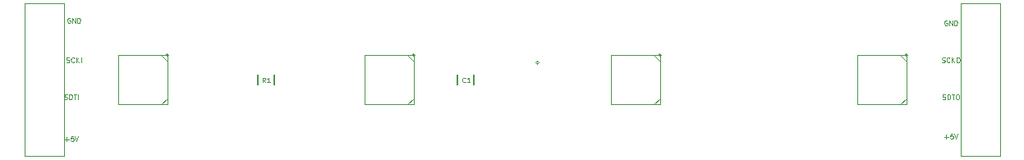
<source format=gto>
G04 #@! TF.FileFunction,Legend,Top*
%FSLAX46Y46*%
G04 Gerber Fmt 4.6, Leading zero omitted, Abs format (unit mm)*
G04 Created by KiCad (PCBNEW (2015-06-12 BZR 5734)-product) date Wednesday, July 15, 2015 'PMt' 05:18:17 PM*
%MOMM*%
G01*
G04 APERTURE LIST*
%ADD10C,0.100000*%
%ADD11C,0.125000*%
%ADD12C,0.020000*%
%ADD13C,0.150000*%
G04 APERTURE END LIST*
D10*
D11*
X171569144Y-98587714D02*
X171950096Y-98587714D01*
X171759620Y-98778190D02*
X171759620Y-98397238D01*
X172426287Y-98278190D02*
X172188192Y-98278190D01*
X172164382Y-98516286D01*
X172188192Y-98492476D01*
X172235811Y-98468667D01*
X172354858Y-98468667D01*
X172402477Y-98492476D01*
X172426287Y-98516286D01*
X172450096Y-98563905D01*
X172450096Y-98682952D01*
X172426287Y-98730571D01*
X172402477Y-98754381D01*
X172354858Y-98778190D01*
X172235811Y-98778190D01*
X172188192Y-98754381D01*
X172164382Y-98730571D01*
X172592953Y-98278190D02*
X172759620Y-98778190D01*
X172926286Y-98278190D01*
X171366762Y-94690381D02*
X171438191Y-94714190D01*
X171557238Y-94714190D01*
X171604857Y-94690381D01*
X171628667Y-94666571D01*
X171652476Y-94618952D01*
X171652476Y-94571333D01*
X171628667Y-94523714D01*
X171604857Y-94499905D01*
X171557238Y-94476095D01*
X171462000Y-94452286D01*
X171414381Y-94428476D01*
X171390572Y-94404667D01*
X171366762Y-94357048D01*
X171366762Y-94309429D01*
X171390572Y-94261810D01*
X171414381Y-94238000D01*
X171462000Y-94214190D01*
X171581048Y-94214190D01*
X171652476Y-94238000D01*
X171866762Y-94714190D02*
X171866762Y-94214190D01*
X171985809Y-94214190D01*
X172057238Y-94238000D01*
X172104857Y-94285619D01*
X172128666Y-94333238D01*
X172152476Y-94428476D01*
X172152476Y-94499905D01*
X172128666Y-94595143D01*
X172104857Y-94642762D01*
X172057238Y-94690381D01*
X171985809Y-94714190D01*
X171866762Y-94714190D01*
X172295333Y-94214190D02*
X172581047Y-94214190D01*
X172438190Y-94714190D02*
X172438190Y-94214190D01*
X172842952Y-94214190D02*
X172938190Y-94214190D01*
X172985809Y-94238000D01*
X173033428Y-94285619D01*
X173057237Y-94380857D01*
X173057237Y-94547524D01*
X173033428Y-94642762D01*
X172985809Y-94690381D01*
X172938190Y-94714190D01*
X172842952Y-94714190D01*
X172795333Y-94690381D01*
X172747714Y-94642762D01*
X172723904Y-94547524D01*
X172723904Y-94380857D01*
X172747714Y-94285619D01*
X172795333Y-94238000D01*
X172842952Y-94214190D01*
X171307238Y-90880381D02*
X171378667Y-90904190D01*
X171497714Y-90904190D01*
X171545333Y-90880381D01*
X171569143Y-90856571D01*
X171592952Y-90808952D01*
X171592952Y-90761333D01*
X171569143Y-90713714D01*
X171545333Y-90689905D01*
X171497714Y-90666095D01*
X171402476Y-90642286D01*
X171354857Y-90618476D01*
X171331048Y-90594667D01*
X171307238Y-90547048D01*
X171307238Y-90499429D01*
X171331048Y-90451810D01*
X171354857Y-90428000D01*
X171402476Y-90404190D01*
X171521524Y-90404190D01*
X171592952Y-90428000D01*
X172092952Y-90856571D02*
X172069142Y-90880381D01*
X171997714Y-90904190D01*
X171950095Y-90904190D01*
X171878666Y-90880381D01*
X171831047Y-90832762D01*
X171807238Y-90785143D01*
X171783428Y-90689905D01*
X171783428Y-90618476D01*
X171807238Y-90523238D01*
X171831047Y-90475619D01*
X171878666Y-90428000D01*
X171950095Y-90404190D01*
X171997714Y-90404190D01*
X172069142Y-90428000D01*
X172092952Y-90451810D01*
X172307238Y-90904190D02*
X172307238Y-90404190D01*
X172592952Y-90904190D02*
X172378666Y-90618476D01*
X172592952Y-90404190D02*
X172307238Y-90689905D01*
X172902476Y-90404190D02*
X172997714Y-90404190D01*
X173045333Y-90428000D01*
X173092952Y-90475619D01*
X173116761Y-90570857D01*
X173116761Y-90737524D01*
X173092952Y-90832762D01*
X173045333Y-90880381D01*
X172997714Y-90904190D01*
X172902476Y-90904190D01*
X172854857Y-90880381D01*
X172807238Y-90832762D01*
X172783428Y-90737524D01*
X172783428Y-90570857D01*
X172807238Y-90475619D01*
X172854857Y-90428000D01*
X172902476Y-90404190D01*
X171831047Y-86618000D02*
X171783428Y-86594190D01*
X171712000Y-86594190D01*
X171640571Y-86618000D01*
X171592952Y-86665619D01*
X171569143Y-86713238D01*
X171545333Y-86808476D01*
X171545333Y-86879905D01*
X171569143Y-86975143D01*
X171592952Y-87022762D01*
X171640571Y-87070381D01*
X171712000Y-87094190D01*
X171759619Y-87094190D01*
X171831047Y-87070381D01*
X171854857Y-87046571D01*
X171854857Y-86879905D01*
X171759619Y-86879905D01*
X172069143Y-87094190D02*
X172069143Y-86594190D01*
X172354857Y-87094190D01*
X172354857Y-86594190D01*
X172592953Y-87094190D02*
X172592953Y-86594190D01*
X172712000Y-86594190D01*
X172783429Y-86618000D01*
X172831048Y-86665619D01*
X172854857Y-86713238D01*
X172878667Y-86808476D01*
X172878667Y-86879905D01*
X172854857Y-86975143D01*
X172831048Y-87022762D01*
X172783429Y-87070381D01*
X172712000Y-87094190D01*
X172592953Y-87094190D01*
X80891144Y-98841714D02*
X81272096Y-98841714D01*
X81081620Y-99032190D02*
X81081620Y-98651238D01*
X81748287Y-98532190D02*
X81510192Y-98532190D01*
X81486382Y-98770286D01*
X81510192Y-98746476D01*
X81557811Y-98722667D01*
X81676858Y-98722667D01*
X81724477Y-98746476D01*
X81748287Y-98770286D01*
X81772096Y-98817905D01*
X81772096Y-98936952D01*
X81748287Y-98984571D01*
X81724477Y-99008381D01*
X81676858Y-99032190D01*
X81557811Y-99032190D01*
X81510192Y-99008381D01*
X81486382Y-98984571D01*
X81914953Y-98532190D02*
X82081620Y-99032190D01*
X82248286Y-98532190D01*
X81407047Y-86364000D02*
X81359428Y-86340190D01*
X81288000Y-86340190D01*
X81216571Y-86364000D01*
X81168952Y-86411619D01*
X81145143Y-86459238D01*
X81121333Y-86554476D01*
X81121333Y-86625905D01*
X81145143Y-86721143D01*
X81168952Y-86768762D01*
X81216571Y-86816381D01*
X81288000Y-86840190D01*
X81335619Y-86840190D01*
X81407047Y-86816381D01*
X81430857Y-86792571D01*
X81430857Y-86625905D01*
X81335619Y-86625905D01*
X81645143Y-86840190D02*
X81645143Y-86340190D01*
X81930857Y-86840190D01*
X81930857Y-86340190D01*
X82168953Y-86840190D02*
X82168953Y-86340190D01*
X82288000Y-86340190D01*
X82359429Y-86364000D01*
X82407048Y-86411619D01*
X82430857Y-86459238D01*
X82454667Y-86554476D01*
X82454667Y-86625905D01*
X82430857Y-86721143D01*
X82407048Y-86768762D01*
X82359429Y-86816381D01*
X82288000Y-86840190D01*
X82168953Y-86840190D01*
X80831620Y-94690381D02*
X80903049Y-94714190D01*
X81022096Y-94714190D01*
X81069715Y-94690381D01*
X81093525Y-94666571D01*
X81117334Y-94618952D01*
X81117334Y-94571333D01*
X81093525Y-94523714D01*
X81069715Y-94499905D01*
X81022096Y-94476095D01*
X80926858Y-94452286D01*
X80879239Y-94428476D01*
X80855430Y-94404667D01*
X80831620Y-94357048D01*
X80831620Y-94309429D01*
X80855430Y-94261810D01*
X80879239Y-94238000D01*
X80926858Y-94214190D01*
X81045906Y-94214190D01*
X81117334Y-94238000D01*
X81331620Y-94714190D02*
X81331620Y-94214190D01*
X81450667Y-94214190D01*
X81522096Y-94238000D01*
X81569715Y-94285619D01*
X81593524Y-94333238D01*
X81617334Y-94428476D01*
X81617334Y-94499905D01*
X81593524Y-94595143D01*
X81569715Y-94642762D01*
X81522096Y-94690381D01*
X81450667Y-94714190D01*
X81331620Y-94714190D01*
X81760191Y-94214190D02*
X82045905Y-94214190D01*
X81903048Y-94714190D02*
X81903048Y-94214190D01*
X82212572Y-94714190D02*
X82212572Y-94214190D01*
X81026096Y-90880381D02*
X81097525Y-90904190D01*
X81216572Y-90904190D01*
X81264191Y-90880381D01*
X81288001Y-90856571D01*
X81311810Y-90808952D01*
X81311810Y-90761333D01*
X81288001Y-90713714D01*
X81264191Y-90689905D01*
X81216572Y-90666095D01*
X81121334Y-90642286D01*
X81073715Y-90618476D01*
X81049906Y-90594667D01*
X81026096Y-90547048D01*
X81026096Y-90499429D01*
X81049906Y-90451810D01*
X81073715Y-90428000D01*
X81121334Y-90404190D01*
X81240382Y-90404190D01*
X81311810Y-90428000D01*
X81811810Y-90856571D02*
X81788000Y-90880381D01*
X81716572Y-90904190D01*
X81668953Y-90904190D01*
X81597524Y-90880381D01*
X81549905Y-90832762D01*
X81526096Y-90785143D01*
X81502286Y-90689905D01*
X81502286Y-90618476D01*
X81526096Y-90523238D01*
X81549905Y-90475619D01*
X81597524Y-90428000D01*
X81668953Y-90404190D01*
X81716572Y-90404190D01*
X81788000Y-90428000D01*
X81811810Y-90451810D01*
X82026096Y-90904190D02*
X82026096Y-90404190D01*
X82311810Y-90904190D02*
X82097524Y-90618476D01*
X82311810Y-90404190D02*
X82026096Y-90689905D01*
X82526096Y-90904190D02*
X82526096Y-90404190D01*
D12*
X129768600Y-90957400D02*
G75*
G03X129768600Y-90957400I-152400J0D01*
G01*
D13*
X123049400Y-93210000D02*
X123049400Y-92210000D01*
X121349400Y-92210000D02*
X121349400Y-93210000D01*
X100750000Y-92210000D02*
X100750000Y-93210000D01*
X102450000Y-93210000D02*
X102450000Y-92210000D01*
D12*
X76708000Y-100584000D02*
X76708000Y-84836000D01*
X80772000Y-100584000D02*
X76708000Y-100584000D01*
X80772000Y-84836000D02*
X80772000Y-100584000D01*
X76708000Y-84836000D02*
X80772000Y-84836000D01*
X173228000Y-100584000D02*
X173228000Y-84836000D01*
X177292000Y-100584000D02*
X173228000Y-100584000D01*
X177292000Y-84836000D02*
X177292000Y-100584000D01*
X173228000Y-84836000D02*
X177292000Y-84836000D01*
D10*
X142383684Y-90170000D02*
G75*
G03X142383684Y-90170000I-143684J0D01*
G01*
D12*
X142240000Y-90805000D02*
X141605000Y-90170000D01*
X142240000Y-94615000D02*
X141605000Y-95250000D01*
X137160000Y-95250000D02*
X137160000Y-90170000D01*
X142240000Y-95250000D02*
X142240000Y-90170000D01*
X142240000Y-90170000D02*
X137160000Y-90170000D01*
X142240000Y-95250000D02*
X137160000Y-95250000D01*
D10*
X167783684Y-90170000D02*
G75*
G03X167783684Y-90170000I-143684J0D01*
G01*
D12*
X167640000Y-90805000D02*
X167005000Y-90170000D01*
X167640000Y-94615000D02*
X167005000Y-95250000D01*
X162560000Y-95250000D02*
X162560000Y-90170000D01*
X167640000Y-95250000D02*
X167640000Y-90170000D01*
X167640000Y-90170000D02*
X162560000Y-90170000D01*
X167640000Y-95250000D02*
X162560000Y-95250000D01*
D10*
X91583684Y-90170000D02*
G75*
G03X91583684Y-90170000I-143684J0D01*
G01*
D12*
X91440000Y-90805000D02*
X90805000Y-90170000D01*
X91440000Y-94615000D02*
X90805000Y-95250000D01*
X86360000Y-95250000D02*
X86360000Y-90170000D01*
X91440000Y-95250000D02*
X91440000Y-90170000D01*
X91440000Y-90170000D02*
X86360000Y-90170000D01*
X91440000Y-95250000D02*
X86360000Y-95250000D01*
D10*
X116983684Y-90170000D02*
G75*
G03X116983684Y-90170000I-143684J0D01*
G01*
D12*
X116840000Y-90805000D02*
X116205000Y-90170000D01*
X116840000Y-94615000D02*
X116205000Y-95250000D01*
X111760000Y-95250000D02*
X111760000Y-90170000D01*
X116840000Y-95250000D02*
X116840000Y-90170000D01*
X116840000Y-90170000D02*
X111760000Y-90170000D01*
X116840000Y-95250000D02*
X111760000Y-95250000D01*
D11*
X122166867Y-92939371D02*
X122143057Y-92963181D01*
X122071629Y-92986990D01*
X122024010Y-92986990D01*
X121952581Y-92963181D01*
X121904962Y-92915562D01*
X121881153Y-92867943D01*
X121857343Y-92772705D01*
X121857343Y-92701276D01*
X121881153Y-92606038D01*
X121904962Y-92558419D01*
X121952581Y-92510800D01*
X122024010Y-92486990D01*
X122071629Y-92486990D01*
X122143057Y-92510800D01*
X122166867Y-92534610D01*
X122643057Y-92986990D02*
X122357343Y-92986990D01*
X122500200Y-92986990D02*
X122500200Y-92486990D01*
X122452581Y-92558419D01*
X122404962Y-92606038D01*
X122357343Y-92629848D01*
X101542067Y-92986990D02*
X101375400Y-92748895D01*
X101256353Y-92986990D02*
X101256353Y-92486990D01*
X101446829Y-92486990D01*
X101494448Y-92510800D01*
X101518257Y-92534610D01*
X101542067Y-92582229D01*
X101542067Y-92653657D01*
X101518257Y-92701276D01*
X101494448Y-92725086D01*
X101446829Y-92748895D01*
X101256353Y-92748895D01*
X102018257Y-92986990D02*
X101732543Y-92986990D01*
X101875400Y-92986990D02*
X101875400Y-92486990D01*
X101827781Y-92558419D01*
X101780162Y-92606038D01*
X101732543Y-92629848D01*
M02*

</source>
